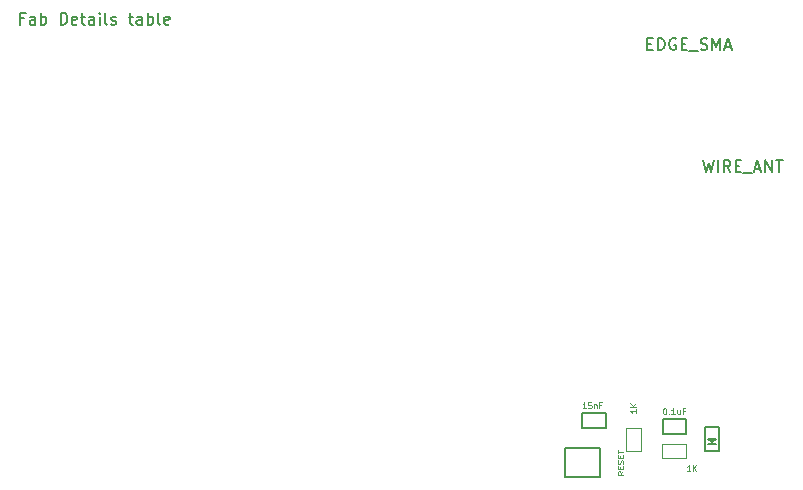
<source format=gbr>
G04 #@! TF.FileFunction,Other,Fab,Top*
%FSLAX46Y46*%
G04 Gerber Fmt 4.6, Leading zero omitted, Abs format (unit mm)*
G04 Created by KiCad (PCBNEW 4.0.4-stable) date 01/28/17 15:21:22*
%MOMM*%
%LPD*%
G01*
G04 APERTURE LIST*
%ADD10C,0.100000*%
%ADD11C,0.150000*%
%ADD12C,0.090000*%
G04 APERTURE END LIST*
D10*
D11*
X183220000Y-125305000D02*
X183220000Y-126555000D01*
X181220000Y-125305000D02*
X183220000Y-125305000D01*
X181220000Y-126555000D02*
X181220000Y-125305000D01*
X183220000Y-126555000D02*
X181220000Y-126555000D01*
D10*
X178105000Y-126040000D02*
X179355000Y-126040000D01*
X178105000Y-128040000D02*
X178105000Y-126040000D01*
X179355000Y-128040000D02*
X178105000Y-128040000D01*
X179355000Y-126040000D02*
X179355000Y-128040000D01*
D11*
X185090000Y-127380000D02*
X185690000Y-127380000D01*
X185390000Y-127280000D02*
X185090000Y-126980000D01*
X185690000Y-126980000D02*
X185390000Y-127280000D01*
X185090000Y-126980000D02*
X185690000Y-126980000D01*
X184790000Y-125980000D02*
X184790000Y-127980000D01*
X185990000Y-125980000D02*
X184790000Y-125980000D01*
X185990000Y-127980000D02*
X185990000Y-125980000D01*
X184790000Y-127980000D02*
X185990000Y-127980000D01*
X176380000Y-124765000D02*
X176380000Y-126015000D01*
X174380000Y-124765000D02*
X176380000Y-124765000D01*
X174380000Y-126015000D02*
X174380000Y-124765000D01*
X176380000Y-126015000D02*
X174380000Y-126015000D01*
D10*
X183150000Y-127375000D02*
X183150000Y-128625000D01*
X181150000Y-127375000D02*
X183150000Y-127375000D01*
X181150000Y-128625000D02*
X181150000Y-127375000D01*
X183150000Y-128625000D02*
X181150000Y-128625000D01*
D11*
X172930000Y-127740000D02*
X175930000Y-127740000D01*
X175930000Y-127740000D02*
X175930000Y-130240000D01*
X175930000Y-130240000D02*
X172930000Y-130240000D01*
X172930000Y-130240000D02*
X172930000Y-127740000D01*
D12*
X181358573Y-124386190D02*
X181406192Y-124386190D01*
X181453811Y-124410000D01*
X181477620Y-124433810D01*
X181501430Y-124481429D01*
X181525239Y-124576667D01*
X181525239Y-124695714D01*
X181501430Y-124790952D01*
X181477620Y-124838571D01*
X181453811Y-124862381D01*
X181406192Y-124886190D01*
X181358573Y-124886190D01*
X181310954Y-124862381D01*
X181287144Y-124838571D01*
X181263335Y-124790952D01*
X181239525Y-124695714D01*
X181239525Y-124576667D01*
X181263335Y-124481429D01*
X181287144Y-124433810D01*
X181310954Y-124410000D01*
X181358573Y-124386190D01*
X181739525Y-124838571D02*
X181763334Y-124862381D01*
X181739525Y-124886190D01*
X181715715Y-124862381D01*
X181739525Y-124838571D01*
X181739525Y-124886190D01*
X182239524Y-124886190D02*
X181953810Y-124886190D01*
X182096667Y-124886190D02*
X182096667Y-124386190D01*
X182049048Y-124457619D01*
X182001429Y-124505238D01*
X181953810Y-124529048D01*
X182668095Y-124552857D02*
X182668095Y-124886190D01*
X182453810Y-124552857D02*
X182453810Y-124814762D01*
X182477619Y-124862381D01*
X182525238Y-124886190D01*
X182596667Y-124886190D01*
X182644286Y-124862381D01*
X182668095Y-124838571D01*
X183072857Y-124624286D02*
X182906191Y-124624286D01*
X182906191Y-124886190D02*
X182906191Y-124386190D01*
X183144286Y-124386190D01*
X178976190Y-124467143D02*
X178976190Y-124752857D01*
X178976190Y-124610000D02*
X178476190Y-124610000D01*
X178547619Y-124657619D01*
X178595238Y-124705238D01*
X178619048Y-124752857D01*
X178976190Y-124252857D02*
X178476190Y-124252857D01*
X178976190Y-123967143D02*
X178690476Y-124181429D01*
X178476190Y-123967143D02*
X178761905Y-124252857D01*
X174714286Y-124376190D02*
X174428572Y-124376190D01*
X174571429Y-124376190D02*
X174571429Y-123876190D01*
X174523810Y-123947619D01*
X174476191Y-123995238D01*
X174428572Y-124019048D01*
X175166667Y-123876190D02*
X174928572Y-123876190D01*
X174904762Y-124114286D01*
X174928572Y-124090476D01*
X174976191Y-124066667D01*
X175095238Y-124066667D01*
X175142857Y-124090476D01*
X175166667Y-124114286D01*
X175190476Y-124161905D01*
X175190476Y-124280952D01*
X175166667Y-124328571D01*
X175142857Y-124352381D01*
X175095238Y-124376190D01*
X174976191Y-124376190D01*
X174928572Y-124352381D01*
X174904762Y-124328571D01*
X175404762Y-124042857D02*
X175404762Y-124376190D01*
X175404762Y-124090476D02*
X175428571Y-124066667D01*
X175476190Y-124042857D01*
X175547619Y-124042857D01*
X175595238Y-124066667D01*
X175619047Y-124114286D01*
X175619047Y-124376190D01*
X176023809Y-124114286D02*
X175857143Y-124114286D01*
X175857143Y-124376190D02*
X175857143Y-123876190D01*
X176095238Y-123876190D01*
X183542857Y-129716190D02*
X183257143Y-129716190D01*
X183400000Y-129716190D02*
X183400000Y-129216190D01*
X183352381Y-129287619D01*
X183304762Y-129335238D01*
X183257143Y-129359048D01*
X183757143Y-129716190D02*
X183757143Y-129216190D01*
X184042857Y-129716190D02*
X183828571Y-129430476D01*
X184042857Y-129216190D02*
X183757143Y-129501905D01*
D11*
X179906190Y-93518571D02*
X180239524Y-93518571D01*
X180382381Y-94042381D02*
X179906190Y-94042381D01*
X179906190Y-93042381D01*
X180382381Y-93042381D01*
X180810952Y-94042381D02*
X180810952Y-93042381D01*
X181049047Y-93042381D01*
X181191905Y-93090000D01*
X181287143Y-93185238D01*
X181334762Y-93280476D01*
X181382381Y-93470952D01*
X181382381Y-93613810D01*
X181334762Y-93804286D01*
X181287143Y-93899524D01*
X181191905Y-93994762D01*
X181049047Y-94042381D01*
X180810952Y-94042381D01*
X182334762Y-93090000D02*
X182239524Y-93042381D01*
X182096667Y-93042381D01*
X181953809Y-93090000D01*
X181858571Y-93185238D01*
X181810952Y-93280476D01*
X181763333Y-93470952D01*
X181763333Y-93613810D01*
X181810952Y-93804286D01*
X181858571Y-93899524D01*
X181953809Y-93994762D01*
X182096667Y-94042381D01*
X182191905Y-94042381D01*
X182334762Y-93994762D01*
X182382381Y-93947143D01*
X182382381Y-93613810D01*
X182191905Y-93613810D01*
X182810952Y-93518571D02*
X183144286Y-93518571D01*
X183287143Y-94042381D02*
X182810952Y-94042381D01*
X182810952Y-93042381D01*
X183287143Y-93042381D01*
X183477619Y-94137619D02*
X184239524Y-94137619D01*
X184430000Y-93994762D02*
X184572857Y-94042381D01*
X184810953Y-94042381D01*
X184906191Y-93994762D01*
X184953810Y-93947143D01*
X185001429Y-93851905D01*
X185001429Y-93756667D01*
X184953810Y-93661429D01*
X184906191Y-93613810D01*
X184810953Y-93566190D01*
X184620476Y-93518571D01*
X184525238Y-93470952D01*
X184477619Y-93423333D01*
X184430000Y-93328095D01*
X184430000Y-93232857D01*
X184477619Y-93137619D01*
X184525238Y-93090000D01*
X184620476Y-93042381D01*
X184858572Y-93042381D01*
X185001429Y-93090000D01*
X185430000Y-94042381D02*
X185430000Y-93042381D01*
X185763334Y-93756667D01*
X186096667Y-93042381D01*
X186096667Y-94042381D01*
X186525238Y-93756667D02*
X187001429Y-93756667D01*
X186430000Y-94042381D02*
X186763333Y-93042381D01*
X187096667Y-94042381D01*
X184666667Y-103372381D02*
X184904762Y-104372381D01*
X185095239Y-103658095D01*
X185285715Y-104372381D01*
X185523810Y-103372381D01*
X185904762Y-104372381D02*
X185904762Y-103372381D01*
X186952381Y-104372381D02*
X186619047Y-103896190D01*
X186380952Y-104372381D02*
X186380952Y-103372381D01*
X186761905Y-103372381D01*
X186857143Y-103420000D01*
X186904762Y-103467619D01*
X186952381Y-103562857D01*
X186952381Y-103705714D01*
X186904762Y-103800952D01*
X186857143Y-103848571D01*
X186761905Y-103896190D01*
X186380952Y-103896190D01*
X187380952Y-103848571D02*
X187714286Y-103848571D01*
X187857143Y-104372381D02*
X187380952Y-104372381D01*
X187380952Y-103372381D01*
X187857143Y-103372381D01*
X188047619Y-104467619D02*
X188809524Y-104467619D01*
X189000000Y-104086667D02*
X189476191Y-104086667D01*
X188904762Y-104372381D02*
X189238095Y-103372381D01*
X189571429Y-104372381D01*
X189904762Y-104372381D02*
X189904762Y-103372381D01*
X190476191Y-104372381D01*
X190476191Y-103372381D01*
X190809524Y-103372381D02*
X191380953Y-103372381D01*
X191095238Y-104372381D02*
X191095238Y-103372381D01*
X127133809Y-91368571D02*
X126800475Y-91368571D01*
X126800475Y-91892381D02*
X126800475Y-90892381D01*
X127276666Y-90892381D01*
X128086190Y-91892381D02*
X128086190Y-91368571D01*
X128038571Y-91273333D01*
X127943333Y-91225714D01*
X127752856Y-91225714D01*
X127657618Y-91273333D01*
X128086190Y-91844762D02*
X127990952Y-91892381D01*
X127752856Y-91892381D01*
X127657618Y-91844762D01*
X127609999Y-91749524D01*
X127609999Y-91654286D01*
X127657618Y-91559048D01*
X127752856Y-91511429D01*
X127990952Y-91511429D01*
X128086190Y-91463810D01*
X128562380Y-91892381D02*
X128562380Y-90892381D01*
X128562380Y-91273333D02*
X128657618Y-91225714D01*
X128848095Y-91225714D01*
X128943333Y-91273333D01*
X128990952Y-91320952D01*
X129038571Y-91416190D01*
X129038571Y-91701905D01*
X128990952Y-91797143D01*
X128943333Y-91844762D01*
X128848095Y-91892381D01*
X128657618Y-91892381D01*
X128562380Y-91844762D01*
X130229047Y-91892381D02*
X130229047Y-90892381D01*
X130467142Y-90892381D01*
X130610000Y-90940000D01*
X130705238Y-91035238D01*
X130752857Y-91130476D01*
X130800476Y-91320952D01*
X130800476Y-91463810D01*
X130752857Y-91654286D01*
X130705238Y-91749524D01*
X130610000Y-91844762D01*
X130467142Y-91892381D01*
X130229047Y-91892381D01*
X131610000Y-91844762D02*
X131514762Y-91892381D01*
X131324285Y-91892381D01*
X131229047Y-91844762D01*
X131181428Y-91749524D01*
X131181428Y-91368571D01*
X131229047Y-91273333D01*
X131324285Y-91225714D01*
X131514762Y-91225714D01*
X131610000Y-91273333D01*
X131657619Y-91368571D01*
X131657619Y-91463810D01*
X131181428Y-91559048D01*
X131943333Y-91225714D02*
X132324285Y-91225714D01*
X132086190Y-90892381D02*
X132086190Y-91749524D01*
X132133809Y-91844762D01*
X132229047Y-91892381D01*
X132324285Y-91892381D01*
X133086191Y-91892381D02*
X133086191Y-91368571D01*
X133038572Y-91273333D01*
X132943334Y-91225714D01*
X132752857Y-91225714D01*
X132657619Y-91273333D01*
X133086191Y-91844762D02*
X132990953Y-91892381D01*
X132752857Y-91892381D01*
X132657619Y-91844762D01*
X132610000Y-91749524D01*
X132610000Y-91654286D01*
X132657619Y-91559048D01*
X132752857Y-91511429D01*
X132990953Y-91511429D01*
X133086191Y-91463810D01*
X133562381Y-91892381D02*
X133562381Y-91225714D01*
X133562381Y-90892381D02*
X133514762Y-90940000D01*
X133562381Y-90987619D01*
X133610000Y-90940000D01*
X133562381Y-90892381D01*
X133562381Y-90987619D01*
X134181428Y-91892381D02*
X134086190Y-91844762D01*
X134038571Y-91749524D01*
X134038571Y-90892381D01*
X134514762Y-91844762D02*
X134610000Y-91892381D01*
X134800476Y-91892381D01*
X134895715Y-91844762D01*
X134943334Y-91749524D01*
X134943334Y-91701905D01*
X134895715Y-91606667D01*
X134800476Y-91559048D01*
X134657619Y-91559048D01*
X134562381Y-91511429D01*
X134514762Y-91416190D01*
X134514762Y-91368571D01*
X134562381Y-91273333D01*
X134657619Y-91225714D01*
X134800476Y-91225714D01*
X134895715Y-91273333D01*
X135990953Y-91225714D02*
X136371905Y-91225714D01*
X136133810Y-90892381D02*
X136133810Y-91749524D01*
X136181429Y-91844762D01*
X136276667Y-91892381D01*
X136371905Y-91892381D01*
X137133811Y-91892381D02*
X137133811Y-91368571D01*
X137086192Y-91273333D01*
X136990954Y-91225714D01*
X136800477Y-91225714D01*
X136705239Y-91273333D01*
X137133811Y-91844762D02*
X137038573Y-91892381D01*
X136800477Y-91892381D01*
X136705239Y-91844762D01*
X136657620Y-91749524D01*
X136657620Y-91654286D01*
X136705239Y-91559048D01*
X136800477Y-91511429D01*
X137038573Y-91511429D01*
X137133811Y-91463810D01*
X137610001Y-91892381D02*
X137610001Y-90892381D01*
X137610001Y-91273333D02*
X137705239Y-91225714D01*
X137895716Y-91225714D01*
X137990954Y-91273333D01*
X138038573Y-91320952D01*
X138086192Y-91416190D01*
X138086192Y-91701905D01*
X138038573Y-91797143D01*
X137990954Y-91844762D01*
X137895716Y-91892381D01*
X137705239Y-91892381D01*
X137610001Y-91844762D01*
X138657620Y-91892381D02*
X138562382Y-91844762D01*
X138514763Y-91749524D01*
X138514763Y-90892381D01*
X139419526Y-91844762D02*
X139324288Y-91892381D01*
X139133811Y-91892381D01*
X139038573Y-91844762D01*
X138990954Y-91749524D01*
X138990954Y-91368571D01*
X139038573Y-91273333D01*
X139133811Y-91225714D01*
X139324288Y-91225714D01*
X139419526Y-91273333D01*
X139467145Y-91368571D01*
X139467145Y-91463810D01*
X138990954Y-91559048D01*
D12*
X177896190Y-129726190D02*
X177658095Y-129892857D01*
X177896190Y-130011904D02*
X177396190Y-130011904D01*
X177396190Y-129821428D01*
X177420000Y-129773809D01*
X177443810Y-129750000D01*
X177491429Y-129726190D01*
X177562857Y-129726190D01*
X177610476Y-129750000D01*
X177634286Y-129773809D01*
X177658095Y-129821428D01*
X177658095Y-130011904D01*
X177634286Y-129511904D02*
X177634286Y-129345238D01*
X177896190Y-129273809D02*
X177896190Y-129511904D01*
X177396190Y-129511904D01*
X177396190Y-129273809D01*
X177872381Y-129083333D02*
X177896190Y-129011904D01*
X177896190Y-128892857D01*
X177872381Y-128845238D01*
X177848571Y-128821428D01*
X177800952Y-128797619D01*
X177753333Y-128797619D01*
X177705714Y-128821428D01*
X177681905Y-128845238D01*
X177658095Y-128892857D01*
X177634286Y-128988095D01*
X177610476Y-129035714D01*
X177586667Y-129059523D01*
X177539048Y-129083333D01*
X177491429Y-129083333D01*
X177443810Y-129059523D01*
X177420000Y-129035714D01*
X177396190Y-128988095D01*
X177396190Y-128869047D01*
X177420000Y-128797619D01*
X177634286Y-128583333D02*
X177634286Y-128416667D01*
X177896190Y-128345238D02*
X177896190Y-128583333D01*
X177396190Y-128583333D01*
X177396190Y-128345238D01*
X177396190Y-128202381D02*
X177396190Y-127916667D01*
X177896190Y-128059524D02*
X177396190Y-128059524D01*
M02*

</source>
